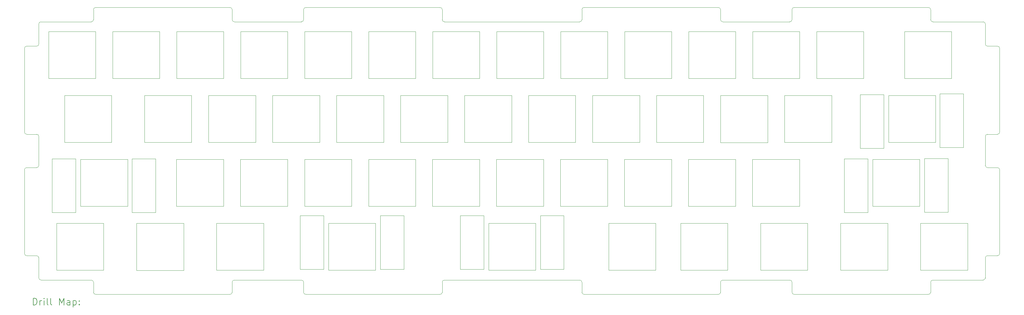
<source format=gbr>
%TF.GenerationSoftware,KiCad,Pcbnew,8.0.4*%
%TF.CreationDate,2024-08-22T05:27:11+03:00*%
%TF.ProjectId,4040-plate,34303430-2d70-46c6-9174-652e6b696361,rev?*%
%TF.SameCoordinates,Original*%
%TF.FileFunction,Drillmap*%
%TF.FilePolarity,Positive*%
%FSLAX45Y45*%
G04 Gerber Fmt 4.5, Leading zero omitted, Abs format (unit mm)*
G04 Created by KiCad (PCBNEW 8.0.4) date 2024-08-22 05:27:11*
%MOMM*%
%LPD*%
G01*
G04 APERTURE LIST*
%ADD10C,0.050000*%
%ADD11C,0.200000*%
G04 APERTURE END LIST*
D10*
X34473839Y-12537748D02*
X34473839Y-11670913D01*
X34473699Y-8918051D02*
X34473699Y-8318051D01*
X34537199Y-8981551D02*
G75*
G02*
X34473699Y-8918051I-4J63496D01*
G01*
X34537339Y-12601248D02*
X34837339Y-12601248D01*
X34900839Y-12664748D02*
X34900699Y-15163610D01*
X34900699Y-9045051D02*
X34900839Y-11543913D01*
X34473699Y-15890610D02*
X34473699Y-15290610D01*
X34837339Y-11607413D02*
X34537339Y-11607413D01*
X34473699Y-15290610D02*
G75*
G02*
X34537199Y-15227110I63495J6D01*
G01*
X34537339Y-12601248D02*
G75*
G02*
X34473839Y-12537748I-5J63494D01*
G01*
X34837339Y-12601248D02*
G75*
G02*
X34900839Y-12664748I2J-63498D01*
G01*
X34473839Y-11670913D02*
G75*
G02*
X34537339Y-11607413I63495J5D01*
G01*
X34900699Y-15163610D02*
G75*
G02*
X34837199Y-15227110I-63495J-4D01*
G01*
X34537199Y-15227110D02*
X34837199Y-15227110D01*
X34837199Y-8981551D02*
G75*
G02*
X34900699Y-9045051I5J-63495D01*
G01*
X34837199Y-8981551D02*
X34537199Y-8981551D01*
X34900839Y-11543913D02*
G75*
G02*
X34837339Y-11607414I-63498J-2D01*
G01*
X6300781Y-11670913D02*
X6300781Y-12537748D01*
X6300921Y-15290610D02*
X6300921Y-15890610D01*
X6237421Y-15227110D02*
G75*
G02*
X6300922Y-15290610I5J-63496D01*
G01*
X5873921Y-15163610D02*
X5873781Y-12664748D01*
X5937281Y-12601248D02*
X6237281Y-12601248D01*
X6300781Y-12537748D02*
G75*
G02*
X6237281Y-12601249I-63496J-5D01*
G01*
X5937421Y-15227110D02*
G75*
G02*
X5873921Y-15163610I-5J63495D01*
G01*
X5937421Y-15227110D02*
X6237421Y-15227110D01*
X5873781Y-12664748D02*
G75*
G02*
X5937281Y-12601248I63498J2D01*
G01*
X6237281Y-11607413D02*
G75*
G02*
X6300781Y-11670913I5J-63495D01*
G01*
X6300921Y-8918051D02*
G75*
G02*
X6237421Y-8981551I-63495J-5D01*
G01*
X6300921Y-8318051D02*
X6300921Y-8918051D01*
X6237281Y-11607413D02*
X5937281Y-11607413D01*
X5873781Y-11543913D02*
X5873921Y-9045051D01*
X6237421Y-8981551D02*
X5937421Y-8981551D01*
X5873921Y-9045051D02*
G75*
G02*
X5937421Y-8981551I63496J4D01*
G01*
X5937281Y-11607413D02*
G75*
G02*
X5873779Y-11543913I0J63503D01*
G01*
X18372421Y-15954110D02*
X22402199Y-15954110D01*
X26592699Y-16017610D02*
X26592699Y-16317610D01*
X18308921Y-16017610D02*
G75*
G02*
X18372421Y-15954113I63497J0D01*
G01*
X26592699Y-16017610D02*
G75*
G02*
X26656199Y-15954110I63500J0D01*
G01*
X26592699Y-16317610D02*
G75*
G02*
X26529199Y-16381110I-63500J0D01*
G01*
X14181921Y-16017610D02*
X14181921Y-16317610D01*
X26529199Y-16381110D02*
X22529199Y-16381110D01*
X22465699Y-16017610D02*
X22465699Y-16317610D01*
X18308921Y-16017610D02*
X18308921Y-16317610D01*
X14245421Y-16381110D02*
G75*
G02*
X14181919Y-16317610I-3J63500D01*
G01*
X18308921Y-16317610D02*
G75*
G02*
X18245421Y-16381113I-63503J0D01*
G01*
X22402199Y-15954110D02*
G75*
G02*
X22465699Y-16017610I0J-63500D01*
G01*
X22529199Y-16381110D02*
G75*
G02*
X22465699Y-16317610I0J63500D01*
G01*
X14118421Y-15954110D02*
G75*
G02*
X14181919Y-16017610I-3J-63500D01*
G01*
X18245421Y-16381110D02*
X14245421Y-16381110D01*
X14118421Y-15954110D02*
X12118421Y-15954110D01*
X28719699Y-16317610D02*
X28719699Y-16017610D01*
X28783199Y-16381110D02*
G75*
G02*
X28719699Y-16317610I0J63500D01*
G01*
X28656199Y-15954110D02*
X26656199Y-15954110D01*
X28656199Y-15954110D02*
G75*
G02*
X28719699Y-16017610I0J-63500D01*
G01*
X34410199Y-15954110D02*
X32910199Y-15954110D01*
X7864421Y-15954110D02*
X6364421Y-15954110D01*
X7864421Y-15954110D02*
G75*
G02*
X7927919Y-16017610I-3J-63500D01*
G01*
X12054921Y-16317610D02*
G75*
G02*
X11991421Y-16381113I-63503J0D01*
G01*
X32846699Y-16017610D02*
G75*
G02*
X32910199Y-15954110I63499J1D01*
G01*
X12054921Y-16017610D02*
X12054921Y-16317610D01*
X11991421Y-16381110D02*
X7991421Y-16381110D01*
X32846699Y-16317610D02*
G75*
G02*
X32783199Y-16381110I-63499J-2D01*
G01*
X32783199Y-16381110D02*
X28783199Y-16381110D01*
X7991421Y-16381110D02*
G75*
G02*
X7927919Y-16317610I-3J63500D01*
G01*
X32846699Y-16017610D02*
X32846699Y-16317610D01*
X7927921Y-16017610D02*
X7927921Y-16317610D01*
X12054921Y-16017610D02*
G75*
G02*
X12118421Y-15954113I63497J0D01*
G01*
X22402199Y-8254551D02*
X18372421Y-8254551D01*
X18372421Y-8254551D02*
G75*
G02*
X18308921Y-8191051I-1J63499D01*
G01*
X14181921Y-7891051D02*
G75*
G02*
X14245421Y-7827551I63499J1D01*
G01*
X14181921Y-8191051D02*
X14181921Y-7891051D01*
X14245421Y-7827551D02*
X18245421Y-7827551D01*
X18245421Y-7827551D02*
G75*
G02*
X18308921Y-7891051I1J-63499D01*
G01*
X18308921Y-8191051D02*
X18308921Y-7891051D01*
X14181921Y-8191051D02*
G75*
G02*
X14118421Y-8254551I-63499J-1D01*
G01*
X26656199Y-8254551D02*
G75*
G02*
X26592698Y-8191051I-1J63499D01*
G01*
X22465699Y-7891051D02*
G75*
G02*
X22529199Y-7827551I63499J1D01*
G01*
X22465699Y-8191051D02*
X22465699Y-7891051D01*
X22529199Y-7827551D02*
X26529199Y-7827551D01*
X26529199Y-7827551D02*
G75*
G02*
X26592699Y-7891051I1J-63499D01*
G01*
X26592699Y-8191051D02*
X26592699Y-7891051D01*
X22465699Y-8191051D02*
G75*
G02*
X22402199Y-8254551I-63499J-1D01*
G01*
X26656199Y-8254551D02*
X28656199Y-8254551D01*
X12118421Y-8254551D02*
X14118421Y-8254551D01*
X12118421Y-8254551D02*
G75*
G02*
X12054921Y-8191051I-1J63499D01*
G01*
X11991421Y-7827551D02*
G75*
G02*
X12054921Y-7891051I1J-63499D01*
G01*
X12054921Y-7891051D02*
X12054921Y-8191051D01*
X28719699Y-8191051D02*
G75*
G02*
X28656199Y-8254551I-63499J-1D01*
G01*
X28719699Y-7891051D02*
G75*
G02*
X28783199Y-7827551I63499J1D01*
G01*
X28719699Y-8191051D02*
X28719699Y-7891051D01*
X7991421Y-7827551D02*
X11991421Y-7827551D01*
X28783199Y-7827551D02*
X32783199Y-7827551D01*
X32783199Y-7827551D02*
G75*
G02*
X32846699Y-7891051I1J-63499D01*
G01*
X32846699Y-8191051D02*
X32846699Y-7891051D01*
X7927921Y-7891051D02*
G75*
G02*
X7991421Y-7827551I63499J1D01*
G01*
X7927921Y-8191051D02*
X7927921Y-7891051D01*
X7927921Y-8191051D02*
G75*
G02*
X7864421Y-8254551I-63499J-1D01*
G01*
X32910199Y-8254551D02*
G75*
G02*
X32846699Y-8191051I-1J63499D01*
G01*
X32910199Y-8254551D02*
X34410199Y-8254551D01*
X6364421Y-8254551D02*
X7864421Y-8254551D01*
X29450840Y-8544560D02*
X30850840Y-8544560D01*
X6364421Y-15954110D02*
G75*
G02*
X6300920Y-15890610I-1J63500D01*
G01*
X12992560Y-15661640D02*
X12992560Y-14261640D01*
X19416220Y-12354560D02*
X18016220Y-12354560D01*
X6300921Y-8318051D02*
G75*
G02*
X6364421Y-8254551I63499J1D01*
G01*
X19689620Y-15659100D02*
X21089620Y-15659100D01*
X7066280Y-10449560D02*
X8466280Y-10449560D01*
X6829600Y-15661640D02*
X8229600Y-15661640D01*
X9446260Y-10449560D02*
X9446260Y-11849560D01*
X21830840Y-8544560D02*
X23230840Y-8544560D01*
X7543340Y-13754100D02*
X8943340Y-13754100D01*
X25638300Y-12354100D02*
X27038300Y-12354100D01*
X6590840Y-9944560D02*
X7990840Y-9944560D01*
X8495840Y-8544560D02*
X9895840Y-8544560D01*
X24661320Y-15660600D02*
X24661320Y-14260600D01*
X20373340Y-11849100D02*
X20373340Y-10449100D01*
X23735840Y-9944560D02*
X23735840Y-8544560D01*
X32519620Y-13754100D02*
X32519620Y-12354100D01*
X25638300Y-13754100D02*
X25638300Y-12354100D01*
X25404620Y-15661640D02*
X26804620Y-15661640D01*
X15163800Y-11846560D02*
X16563800Y-11846560D01*
X10400840Y-9944560D02*
X10400840Y-8544560D01*
X31566660Y-15659560D02*
X31566660Y-14259560D01*
X10400840Y-8544560D02*
X11800840Y-8544560D01*
X17068800Y-11849560D02*
X18468800Y-11849560D01*
X25135840Y-9944560D02*
X25135840Y-8544560D01*
X19923300Y-13754100D02*
X19923300Y-12354100D01*
X14658340Y-11849100D02*
X14658340Y-10449100D01*
X33947100Y-15659100D02*
X33947100Y-14259100D01*
X28498340Y-11851640D02*
X29898340Y-11851640D01*
X13703760Y-13754560D02*
X12303760Y-13754560D01*
X7990840Y-9944560D02*
X7990840Y-8544560D01*
X23228300Y-13754100D02*
X23228300Y-12354100D01*
X29450840Y-9944560D02*
X30850840Y-9944560D01*
X11353340Y-11849100D02*
X12753340Y-11849100D01*
X25131220Y-12354560D02*
X23731220Y-12354560D01*
X27038300Y-13754100D02*
X27038300Y-12354100D01*
X14210840Y-9944560D02*
X14210840Y-8544560D01*
X19416220Y-12354560D02*
X19416220Y-13754560D01*
X19925840Y-8544560D02*
X21325840Y-8544560D01*
X19689620Y-15659100D02*
X19689620Y-14259100D01*
X29450840Y-9944560D02*
X29450840Y-8544560D01*
X31119620Y-12354100D02*
X32519620Y-12354100D01*
X12753340Y-11849100D02*
X12753340Y-10449100D01*
X25404620Y-14261640D02*
X26804620Y-14261640D01*
X14210840Y-12354100D02*
X15610840Y-12354100D01*
X19923300Y-12354100D02*
X21323300Y-12354100D01*
X13703760Y-12354560D02*
X13703760Y-13754560D01*
X19420840Y-9944560D02*
X19420840Y-8544560D01*
X16563800Y-11846560D02*
X16563800Y-10446560D01*
X7543340Y-12354100D02*
X8943340Y-12354100D01*
X32069580Y-9944560D02*
X32069580Y-8544560D01*
X33947100Y-14259100D02*
X32547100Y-14259100D01*
X31594000Y-10451000D02*
X32994000Y-10451000D01*
X17068800Y-10449560D02*
X18468800Y-10449560D01*
X6590840Y-9944560D02*
X6590840Y-8544560D01*
X12303760Y-12354560D02*
X12303760Y-13754560D01*
X24183340Y-10449560D02*
X22783340Y-10449560D01*
X13258340Y-11849100D02*
X13258340Y-10449100D01*
X16115840Y-9944560D02*
X16115840Y-8544560D01*
X13258340Y-10449100D02*
X14658340Y-10449100D01*
X17068800Y-11849560D02*
X17068800Y-10449560D01*
X23261320Y-14260600D02*
X24661320Y-14260600D01*
X20876260Y-10446560D02*
X22276260Y-10446560D01*
X27993800Y-11852100D02*
X27993800Y-10452100D01*
X34410199Y-8254551D02*
G75*
G02*
X34473699Y-8318051I1J-63499D01*
G01*
X21828300Y-13754100D02*
X23228300Y-13754100D01*
X7066280Y-11849560D02*
X8466280Y-11849560D01*
X12305840Y-9944560D02*
X12305840Y-8544560D01*
X16115840Y-13754100D02*
X17515840Y-13754100D01*
X27784140Y-15659100D02*
X29184140Y-15659100D01*
X20876260Y-11846560D02*
X20876260Y-10446560D01*
X10846260Y-10449560D02*
X9446260Y-10449560D01*
X9212120Y-15662100D02*
X9212120Y-14262100D01*
X31119620Y-13754100D02*
X31119620Y-12354100D01*
X26086260Y-11849100D02*
X26086260Y-10449100D01*
X32069580Y-8544560D02*
X33469580Y-8544560D01*
X24183340Y-11849560D02*
X22783340Y-11849560D01*
X27784140Y-15659100D02*
X27784140Y-14259100D01*
X21089620Y-15659100D02*
X21089620Y-14259100D01*
X14924580Y-15658060D02*
X14924580Y-14258060D01*
X27545840Y-9944560D02*
X27545840Y-8544560D01*
X14924580Y-14258060D02*
X16324580Y-14258060D01*
X18016220Y-12354560D02*
X18016220Y-13754560D01*
X31119620Y-13754100D02*
X32519620Y-13754100D01*
X10398760Y-13754100D02*
X10398760Y-12354100D01*
X26593800Y-10452100D02*
X27993800Y-10452100D01*
X12992560Y-14261640D02*
X11592560Y-14261640D01*
X13703760Y-12354560D02*
X12303760Y-12354560D01*
X8229600Y-15661640D02*
X8229600Y-14261640D01*
X14924580Y-15658060D02*
X16324580Y-15658060D01*
X9212120Y-15662100D02*
X10612120Y-15662100D01*
X19923300Y-13754100D02*
X21323300Y-13754100D01*
X27545840Y-9944560D02*
X28945840Y-9944560D01*
X27784140Y-14259100D02*
X29184140Y-14259100D01*
X11592560Y-15661640D02*
X11592560Y-14261640D01*
X21830840Y-9944560D02*
X23230840Y-9944560D01*
X23230840Y-9944560D02*
X23230840Y-8544560D01*
X10612120Y-15662100D02*
X10612120Y-14262100D01*
X24686260Y-11849100D02*
X26086260Y-11849100D01*
X17515840Y-13754100D02*
X17515840Y-12354100D01*
X29898340Y-11851640D02*
X29898340Y-10451640D01*
X25131220Y-12354560D02*
X25131220Y-13754560D01*
X30850840Y-9944560D02*
X30850840Y-8544560D01*
X30166660Y-15659560D02*
X31566660Y-15659560D01*
X33947100Y-15659100D02*
X32547100Y-15659100D01*
X23261320Y-15660600D02*
X24661320Y-15660600D01*
X28498340Y-11851640D02*
X28498340Y-10451640D01*
X34473699Y-15890610D02*
G75*
G02*
X34410199Y-15954109I-63499J0D01*
G01*
X10846260Y-11849560D02*
X9446260Y-11849560D01*
X13705840Y-9944560D02*
X13705840Y-8544560D01*
X22276260Y-11846560D02*
X22276260Y-10446560D01*
X11798760Y-13754100D02*
X11798760Y-12354100D01*
X33469580Y-9944560D02*
X33469580Y-8544560D01*
X21323300Y-13754100D02*
X21323300Y-12354100D01*
X18020840Y-9944560D02*
X18020840Y-8544560D01*
X15610840Y-9944560D02*
X15610840Y-8544560D01*
X32069580Y-9944560D02*
X33469580Y-9944560D01*
X30166660Y-14259560D02*
X31566660Y-14259560D01*
X32994000Y-11851000D02*
X32994000Y-10451000D01*
X10398760Y-13754100D02*
X11798760Y-13754100D01*
X12305840Y-8544560D02*
X13705840Y-8544560D01*
X11353340Y-11849100D02*
X11353340Y-10449100D01*
X9895840Y-9944560D02*
X9895840Y-8544560D01*
X19925840Y-9944560D02*
X21325840Y-9944560D01*
X18468800Y-11849560D02*
X18468800Y-10449560D01*
X21828300Y-12354100D02*
X23228300Y-12354100D01*
X28945840Y-9944560D02*
X28945840Y-8544560D01*
X11353340Y-10449100D02*
X12753340Y-10449100D01*
X31594000Y-11851000D02*
X32994000Y-11851000D01*
X26804620Y-15661640D02*
X26804620Y-14261640D01*
X32547100Y-15659100D02*
X32547100Y-14259100D01*
X24183340Y-11849560D02*
X24183340Y-10449560D01*
X12992560Y-15661640D02*
X11592560Y-15661640D01*
X19416220Y-13754560D02*
X18016220Y-13754560D01*
X9212120Y-14262100D02*
X10612120Y-14262100D01*
X6829600Y-15661640D02*
X6829600Y-14261640D01*
X27543300Y-13754100D02*
X28943300Y-13754100D01*
X8495840Y-9944560D02*
X9895840Y-9944560D01*
X20876260Y-11846560D02*
X22276260Y-11846560D01*
X27040840Y-9944560D02*
X27040840Y-8544560D01*
X8495840Y-9944560D02*
X8495840Y-8544560D01*
X14210840Y-9944560D02*
X15610840Y-9944560D01*
X14210840Y-13754100D02*
X14210840Y-12354100D01*
X10400840Y-9944560D02*
X11800840Y-9944560D01*
X14210840Y-8544560D02*
X15610840Y-8544560D01*
X27543300Y-13754100D02*
X27543300Y-12354100D01*
X10846260Y-10449560D02*
X10846260Y-11849560D01*
X11800840Y-9944560D02*
X11800840Y-8544560D01*
X16115840Y-9944560D02*
X17515840Y-9944560D01*
X10398760Y-12354100D02*
X11798760Y-12354100D01*
X18973340Y-11849100D02*
X20373340Y-11849100D01*
X18020840Y-8544560D02*
X19420840Y-8544560D01*
X16115840Y-13754100D02*
X16115840Y-12354100D01*
X27543300Y-12354100D02*
X28943300Y-12354100D01*
X16115840Y-12354100D02*
X17515840Y-12354100D01*
X23731220Y-12354560D02*
X23731220Y-13754560D01*
X14210840Y-13754100D02*
X15610840Y-13754100D01*
X29184140Y-15659100D02*
X29184140Y-14259100D01*
X6829600Y-14261640D02*
X8229600Y-14261640D01*
X22783340Y-11849560D02*
X22783340Y-10449560D01*
X21828300Y-13754100D02*
X21828300Y-12354100D01*
X8466280Y-11849560D02*
X8466280Y-10449560D01*
X26593800Y-11852100D02*
X26593800Y-10452100D01*
X25640840Y-9944560D02*
X25640840Y-8544560D01*
X18844780Y-14033500D02*
X19544780Y-14033500D01*
X19544780Y-15633500D01*
X18844780Y-15633500D01*
X18844780Y-14033500D01*
X19925840Y-9944560D02*
X19925840Y-8544560D01*
X15163800Y-10446560D02*
X16563800Y-10446560D01*
X23735840Y-8544560D02*
X25135840Y-8544560D01*
X25640840Y-8544560D02*
X27040840Y-8544560D01*
X8943340Y-13754100D02*
X8943340Y-12354100D01*
X19689620Y-14259100D02*
X21089620Y-14259100D01*
X25404620Y-15661640D02*
X25404620Y-14261640D01*
X21830840Y-9944560D02*
X21830840Y-8544560D01*
X15610840Y-13754100D02*
X15610840Y-12354100D01*
X15163800Y-11846560D02*
X15163800Y-10446560D01*
X18973340Y-11849100D02*
X18973340Y-10449100D01*
X30166660Y-15659560D02*
X30166660Y-14259560D01*
X21325840Y-9944560D02*
X21325840Y-8544560D01*
X26593800Y-11852100D02*
X27993800Y-11852100D01*
X18973340Y-10449100D02*
X20373340Y-10449100D01*
X16115840Y-8544560D02*
X17515840Y-8544560D01*
X16324580Y-15658060D02*
X16324580Y-14258060D01*
X23261320Y-15660600D02*
X23261320Y-14260600D01*
X28498340Y-10451640D02*
X29898340Y-10451640D01*
X24686260Y-10449100D02*
X26086260Y-10449100D01*
X27545840Y-8544560D02*
X28945840Y-8544560D01*
X25638300Y-13754100D02*
X27038300Y-13754100D01*
X23735840Y-9944560D02*
X25135840Y-9944560D01*
X16464800Y-14030960D02*
X17164800Y-14030960D01*
X17164800Y-15630960D01*
X16464800Y-15630960D01*
X16464800Y-14030960D01*
X6590840Y-8544560D02*
X7990840Y-8544560D01*
X31594000Y-11851000D02*
X31594000Y-10451000D01*
X24686260Y-11849100D02*
X24686260Y-10449100D01*
X25131220Y-13754560D02*
X23731220Y-13754560D01*
X18020840Y-9944560D02*
X19420840Y-9944560D01*
X28943300Y-13754100D02*
X28943300Y-12354100D01*
X12305840Y-9944560D02*
X13705840Y-9944560D01*
X25640840Y-9944560D02*
X27040840Y-9944560D01*
X7543340Y-13754100D02*
X7543340Y-12354100D01*
X13258340Y-11849100D02*
X14658340Y-11849100D01*
X17515840Y-9944560D02*
X17515840Y-8544560D01*
X7066280Y-11849560D02*
X7066280Y-10449560D01*
X21229840Y-14030960D02*
X21929840Y-14030960D01*
X21929840Y-15630960D01*
X21229840Y-15630960D01*
X21229840Y-14030960D01*
X14079740Y-14030960D02*
X14779740Y-14030960D01*
X14779740Y-15630960D01*
X14079740Y-15630960D01*
X14079740Y-14030960D01*
X9076460Y-12342060D02*
X9776460Y-12342060D01*
X9776460Y-13942060D01*
X9076460Y-13942060D01*
X9076460Y-12342060D01*
X30749760Y-10429240D02*
X31449760Y-10429240D01*
X31449760Y-12029240D01*
X30749760Y-12029240D01*
X30749760Y-10429240D01*
X30274780Y-12341860D02*
X30974780Y-12341860D01*
X30974780Y-13941860D01*
X30274780Y-13941860D01*
X30274780Y-12341860D01*
X32665440Y-12329160D02*
X33365440Y-12329160D01*
X33365440Y-13929160D01*
X32665440Y-13929160D01*
X32665440Y-12329160D01*
X33122640Y-10401300D02*
X33822640Y-10401300D01*
X33822640Y-12001300D01*
X33122640Y-12001300D01*
X33122640Y-10401300D01*
X6698500Y-12342060D02*
X7398500Y-12342060D01*
X7398500Y-13942060D01*
X6698500Y-13942060D01*
X6698500Y-12342060D01*
D11*
X6132058Y-16695094D02*
X6132058Y-16495094D01*
X6132058Y-16495094D02*
X6179677Y-16495094D01*
X6179677Y-16495094D02*
X6208249Y-16504618D01*
X6208249Y-16504618D02*
X6227296Y-16523665D01*
X6227296Y-16523665D02*
X6236820Y-16542713D01*
X6236820Y-16542713D02*
X6246344Y-16580808D01*
X6246344Y-16580808D02*
X6246344Y-16609380D01*
X6246344Y-16609380D02*
X6236820Y-16647475D01*
X6236820Y-16647475D02*
X6227296Y-16666522D01*
X6227296Y-16666522D02*
X6208249Y-16685570D01*
X6208249Y-16685570D02*
X6179677Y-16695094D01*
X6179677Y-16695094D02*
X6132058Y-16695094D01*
X6332058Y-16695094D02*
X6332058Y-16561760D01*
X6332058Y-16599856D02*
X6341582Y-16580808D01*
X6341582Y-16580808D02*
X6351106Y-16571284D01*
X6351106Y-16571284D02*
X6370153Y-16561760D01*
X6370153Y-16561760D02*
X6389201Y-16561760D01*
X6455868Y-16695094D02*
X6455868Y-16561760D01*
X6455868Y-16495094D02*
X6446344Y-16504618D01*
X6446344Y-16504618D02*
X6455868Y-16514141D01*
X6455868Y-16514141D02*
X6465391Y-16504618D01*
X6465391Y-16504618D02*
X6455868Y-16495094D01*
X6455868Y-16495094D02*
X6455868Y-16514141D01*
X6579677Y-16695094D02*
X6560629Y-16685570D01*
X6560629Y-16685570D02*
X6551106Y-16666522D01*
X6551106Y-16666522D02*
X6551106Y-16495094D01*
X6684439Y-16695094D02*
X6665391Y-16685570D01*
X6665391Y-16685570D02*
X6655868Y-16666522D01*
X6655868Y-16666522D02*
X6655868Y-16495094D01*
X6913010Y-16695094D02*
X6913010Y-16495094D01*
X6913010Y-16495094D02*
X6979677Y-16637951D01*
X6979677Y-16637951D02*
X7046344Y-16495094D01*
X7046344Y-16495094D02*
X7046344Y-16695094D01*
X7227296Y-16695094D02*
X7227296Y-16590332D01*
X7227296Y-16590332D02*
X7217772Y-16571284D01*
X7217772Y-16571284D02*
X7198725Y-16561760D01*
X7198725Y-16561760D02*
X7160629Y-16561760D01*
X7160629Y-16561760D02*
X7141582Y-16571284D01*
X7227296Y-16685570D02*
X7208249Y-16695094D01*
X7208249Y-16695094D02*
X7160629Y-16695094D01*
X7160629Y-16695094D02*
X7141582Y-16685570D01*
X7141582Y-16685570D02*
X7132058Y-16666522D01*
X7132058Y-16666522D02*
X7132058Y-16647475D01*
X7132058Y-16647475D02*
X7141582Y-16628427D01*
X7141582Y-16628427D02*
X7160629Y-16618903D01*
X7160629Y-16618903D02*
X7208249Y-16618903D01*
X7208249Y-16618903D02*
X7227296Y-16609380D01*
X7322534Y-16561760D02*
X7322534Y-16761760D01*
X7322534Y-16571284D02*
X7341582Y-16561760D01*
X7341582Y-16561760D02*
X7379677Y-16561760D01*
X7379677Y-16561760D02*
X7398725Y-16571284D01*
X7398725Y-16571284D02*
X7408249Y-16580808D01*
X7408249Y-16580808D02*
X7417772Y-16599856D01*
X7417772Y-16599856D02*
X7417772Y-16656999D01*
X7417772Y-16656999D02*
X7408249Y-16676046D01*
X7408249Y-16676046D02*
X7398725Y-16685570D01*
X7398725Y-16685570D02*
X7379677Y-16695094D01*
X7379677Y-16695094D02*
X7341582Y-16695094D01*
X7341582Y-16695094D02*
X7322534Y-16685570D01*
X7503487Y-16676046D02*
X7513010Y-16685570D01*
X7513010Y-16685570D02*
X7503487Y-16695094D01*
X7503487Y-16695094D02*
X7493963Y-16685570D01*
X7493963Y-16685570D02*
X7503487Y-16676046D01*
X7503487Y-16676046D02*
X7503487Y-16695094D01*
X7503487Y-16571284D02*
X7513010Y-16580808D01*
X7513010Y-16580808D02*
X7503487Y-16590332D01*
X7503487Y-16590332D02*
X7493963Y-16580808D01*
X7493963Y-16580808D02*
X7503487Y-16571284D01*
X7503487Y-16571284D02*
X7503487Y-16590332D01*
M02*

</source>
